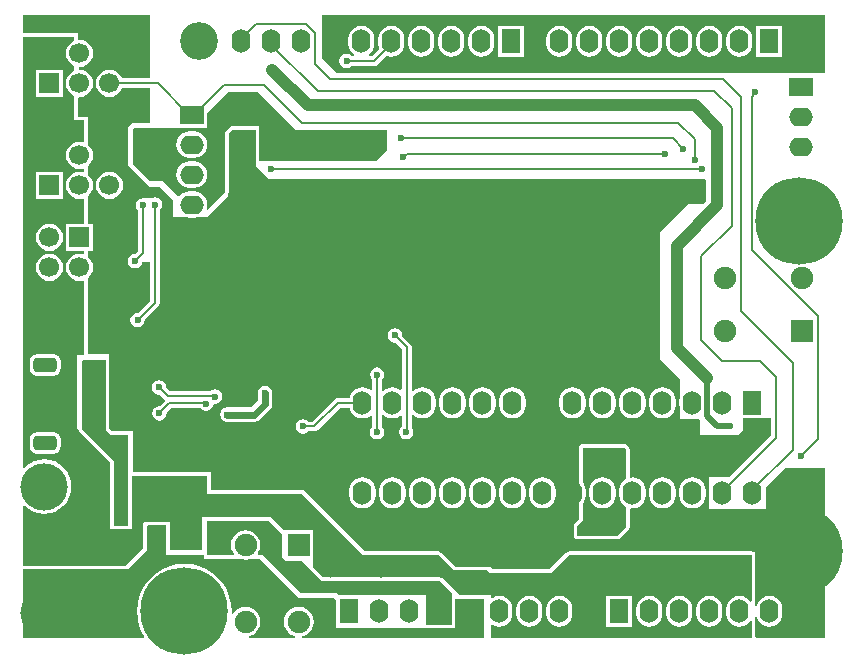
<source format=gbl>
G04*
G04 #@! TF.GenerationSoftware,Altium Limited,Altium Designer,20.1.14 (287)*
G04*
G04 Layer_Physical_Order=2*
G04 Layer_Color=16711680*
%FSLAX44Y44*%
%MOMM*%
G71*
G04*
G04 #@! TF.SameCoordinates,62FEBE6E-F3EC-4242-810F-CB492347D0CA*
G04*
G04*
G04 #@! TF.FilePolarity,Positive*
G04*
G01*
G75*
%ADD10C,0.2000*%
%ADD11C,0.5000*%
%ADD12C,0.4000*%
%ADD26R,1.9000X1.9000*%
%ADD63C,1.9000*%
%ADD64R,1.9000X1.9000*%
%ADD72C,0.6000*%
%ADD73C,1.0000*%
%ADD75C,3.2000*%
%ADD76C,4.0000*%
%ADD77O,1.6000X2.0000*%
%ADD78R,1.6000X2.0000*%
%ADD79C,7.4000*%
%ADD80C,1.7000*%
%ADD81R,1.7000X1.7000*%
%ADD82R,2.0000X1.6000*%
%ADD83O,2.0000X1.6000*%
G04:AMPARAMS|DCode=84|XSize=2mm|YSize=1.2mm|CornerRadius=0.3mm|HoleSize=0mm|Usage=FLASHONLY|Rotation=0.000|XOffset=0mm|YOffset=0mm|HoleType=Round|Shape=RoundedRectangle|*
%AMROUNDEDRECTD84*
21,1,2.0000,0.6000,0,0,0.0*
21,1,1.4000,1.2000,0,0,0.0*
1,1,0.6000,0.7000,-0.3000*
1,1,0.6000,-0.7000,-0.3000*
1,1,0.6000,-0.7000,0.3000*
1,1,0.6000,0.7000,0.3000*
%
%ADD84ROUNDEDRECTD84*%
%ADD85C,0.6000*%
G36*
X682000Y481000D02*
X269001D01*
X260092Y489908D01*
X256000Y494000D01*
X256000Y530000D01*
X682000D01*
Y481000D01*
D02*
G37*
G36*
X110820Y529820D02*
Y476518D01*
X86958D01*
X86245Y478240D01*
X84402Y480642D01*
X82000Y482485D01*
X79202Y483644D01*
X76200Y484039D01*
X73198Y483644D01*
X70400Y482485D01*
X67998Y480642D01*
X66155Y478240D01*
X64996Y475442D01*
X64601Y472440D01*
X64996Y469438D01*
X66155Y466640D01*
X67998Y464238D01*
X70400Y462395D01*
X73198Y461236D01*
X76200Y460841D01*
X79202Y461236D01*
X82000Y462395D01*
X84402Y464238D01*
X86245Y466640D01*
X86958Y468362D01*
X110820D01*
Y439097D01*
X95737D01*
X91834Y435194D01*
X91945Y403055D01*
X110000Y385000D01*
X119000D01*
X130000Y374000D01*
Y359000D01*
X141760D01*
X144000Y358705D01*
X148000D01*
X150240Y359000D01*
X159000D01*
X177000Y377000D01*
Y379705D01*
X177059Y380000D01*
X177059Y380000D01*
X177059Y429733D01*
X180267Y432942D01*
X196409Y432941D01*
X196705Y433000D01*
X196994Y433000D01*
X196994Y433000D01*
X197295D01*
X197591Y432941D01*
X199941Y432941D01*
Y430591D01*
X200000Y430296D01*
X200000Y430006D01*
X200000Y429704D01*
X199941Y429409D01*
X199941Y421000D01*
X199941Y407000D01*
X200000Y406704D01*
Y402000D01*
X211000Y391000D01*
X545999D01*
X580102Y391000D01*
X581000Y390102D01*
X580999Y384999D01*
X580999Y373995D01*
X580999Y371999D01*
X579000Y370000D01*
X566000Y370000D01*
X542000Y346000D01*
X542000Y238000D01*
X559000Y222000D01*
Y205790D01*
X558755Y203930D01*
Y199930D01*
X559000Y198070D01*
Y188000D01*
X575100D01*
X575996Y187100D01*
X575945Y175000D01*
X599000Y175000D01*
X609000D01*
X613000Y179000D01*
Y188930D01*
X631650D01*
Y189000D01*
X636000D01*
X636000Y174000D01*
X601000Y139000D01*
X584000D01*
X584000Y111830D01*
X632000D01*
X632000Y131000D01*
X648000Y147000D01*
X682000Y147000D01*
Y4000D01*
X681612Y3063D01*
X624140D01*
X623060Y3897D01*
X623059Y3898D01*
Y16798D01*
X623039Y16897D01*
X623052Y16998D01*
X622969Y17307D01*
X622971Y20763D01*
X624241Y20846D01*
X624283Y20528D01*
X625392Y17852D01*
X627155Y15555D01*
X629453Y13792D01*
X632128Y12683D01*
X635000Y12305D01*
X637872Y12683D01*
X640547Y13792D01*
X642845Y15555D01*
X644609Y17852D01*
X645717Y20528D01*
X646095Y23400D01*
Y27400D01*
X645717Y30272D01*
X644609Y32947D01*
X642845Y35245D01*
X640547Y37009D01*
X637872Y38117D01*
X635000Y38495D01*
X632128Y38117D01*
X629453Y37009D01*
X627155Y35245D01*
X625392Y32947D01*
X624283Y30272D01*
X624246Y29990D01*
X622976Y30073D01*
X622978Y33525D01*
X623052Y33802D01*
X623039Y33903D01*
X623059Y34002D01*
Y73000D01*
X622999Y73302D01*
X623000Y76000D01*
X620295D01*
X620000Y76059D01*
X465000D01*
X464705Y76000D01*
X464000D01*
X463819Y75819D01*
X462837Y75163D01*
X462837Y75163D01*
X448733Y61059D01*
X425000Y61059D01*
X421591D01*
X421296Y61000D01*
X420704D01*
X420409Y61059D01*
X412591Y61059D01*
X412442Y61029D01*
X411558D01*
X411409Y61059D01*
X403591Y61059D01*
X403442Y61029D01*
X402558D01*
X402409Y61059D01*
X400999D01*
X399000Y63000D01*
X398000Y63000D01*
X396297D01*
X396001Y63059D01*
X396000Y63059D01*
X396000Y63059D01*
X375000Y63059D01*
X375000Y63059D01*
X375000Y63059D01*
X369267Y63059D01*
X357163Y75163D01*
X356171Y75826D01*
X356171Y75826D01*
X355701Y75919D01*
X355000Y76059D01*
X355000Y76059D01*
X292941Y76059D01*
X241000Y128000D01*
X239297D01*
X239000Y128059D01*
X239000Y128059D01*
X162975Y128059D01*
X162059Y128975D01*
Y140000D01*
X162000Y140295D01*
Y143000D01*
X159296D01*
X159000Y143059D01*
X113591Y143059D01*
X113295Y143000D01*
X112705D01*
X112409Y143059D01*
X106591D01*
X106295Y143000D01*
X105705D01*
X105409Y143059D01*
X99591Y143059D01*
X99295Y143000D01*
X98705D01*
X98410Y143059D01*
X96000D01*
Y178000D01*
X92295D01*
X92000Y178059D01*
X78267Y178059D01*
X76059Y180267D01*
X76059Y238000D01*
X76000Y238295D01*
Y243000D01*
X58059D01*
Y304749D01*
X58000Y305045D01*
Y307629D01*
X59002Y308398D01*
X60845Y310800D01*
X62004Y313598D01*
X62399Y316600D01*
X62004Y319602D01*
X60845Y322400D01*
X59002Y324802D01*
X58000Y325571D01*
Y328156D01*
X58059Y328451D01*
Y330500D01*
X62300D01*
Y353500D01*
X58059D01*
Y374229D01*
X58000Y374524D01*
Y377109D01*
X59002Y377878D01*
X60845Y380280D01*
X62004Y383078D01*
X62399Y386080D01*
X62004Y389082D01*
X60845Y391880D01*
X59002Y394282D01*
X58000Y395051D01*
Y397635D01*
X58059Y397931D01*
Y399629D01*
X58000Y399925D01*
Y402509D01*
X59002Y403278D01*
X60845Y405680D01*
X62004Y408478D01*
X62399Y411480D01*
X62004Y414482D01*
X60845Y417280D01*
X59002Y419682D01*
X58000Y420451D01*
Y423036D01*
X58059Y423331D01*
Y441000D01*
X58000Y441295D01*
Y444000D01*
X55296D01*
X55000Y444059D01*
X50000Y444059D01*
Y460139D01*
X50800Y460841D01*
X53802Y461236D01*
X56600Y462395D01*
X59002Y464238D01*
X60845Y466640D01*
X62004Y469438D01*
X62399Y472440D01*
X62004Y475442D01*
X60845Y478240D01*
X59002Y480642D01*
X56600Y482485D01*
X53802Y483644D01*
X50800Y484039D01*
X50362Y484423D01*
Y485857D01*
X50800Y486241D01*
X53802Y486636D01*
X56600Y487795D01*
X59002Y489638D01*
X60845Y492040D01*
X62004Y494838D01*
X62399Y497840D01*
X62004Y500842D01*
X60845Y503640D01*
X59002Y506042D01*
X56600Y507885D01*
X53802Y509044D01*
X50800Y509439D01*
X50000Y510141D01*
Y515000D01*
X46295D01*
X46000Y515059D01*
X3000Y515059D01*
Y530000D01*
X110745D01*
X110820Y529820D01*
D02*
G37*
G36*
X46000Y512000D02*
Y508299D01*
X45000Y507885D01*
X42598Y506042D01*
X40755Y503640D01*
X39596Y500842D01*
X39201Y497840D01*
X39596Y494838D01*
X40755Y492040D01*
X42598Y489638D01*
X45000Y487795D01*
X46000Y487381D01*
Y482899D01*
X45000Y482485D01*
X42598Y480642D01*
X40755Y478240D01*
X39596Y475442D01*
X39201Y472440D01*
X39596Y469438D01*
X40755Y466640D01*
X42598Y464238D01*
X45000Y462395D01*
X46000Y461981D01*
Y441000D01*
X55000Y441000D01*
Y423331D01*
X54067Y422708D01*
X53730Y422693D01*
X50800Y423079D01*
X47798Y422684D01*
X45000Y421525D01*
X42598Y419682D01*
X40755Y417280D01*
X39596Y414482D01*
X39201Y411480D01*
X39596Y408478D01*
X40755Y405680D01*
X42598Y403278D01*
X45000Y401435D01*
X47798Y400276D01*
X50800Y399881D01*
X53730Y400266D01*
X54067Y400252D01*
X55000Y399629D01*
Y397931D01*
X54067Y397308D01*
X53730Y397294D01*
X50800Y397679D01*
X47798Y397284D01*
X45000Y396125D01*
X42598Y394282D01*
X40755Y391880D01*
X39596Y389082D01*
X39201Y386080D01*
X39596Y383078D01*
X40755Y380280D01*
X42598Y377878D01*
X45000Y376035D01*
X47798Y374876D01*
X50800Y374481D01*
X53730Y374866D01*
X54067Y374852D01*
X55000Y374229D01*
Y353500D01*
X39300D01*
Y330500D01*
X55000D01*
Y328451D01*
X54067Y327828D01*
X53730Y327814D01*
X50800Y328199D01*
X47798Y327804D01*
X45000Y326645D01*
X42598Y324802D01*
X40755Y322400D01*
X39596Y319602D01*
X39201Y316600D01*
X39596Y313598D01*
X40755Y310800D01*
X42598Y308398D01*
X45000Y306555D01*
X47798Y305396D01*
X50800Y305001D01*
X53730Y305387D01*
X54067Y305372D01*
X55000Y304749D01*
Y242000D01*
X49000D01*
X49000Y180000D01*
X50184Y178816D01*
X50837Y177838D01*
X76941Y151733D01*
X76941Y98000D01*
X77000Y97705D01*
Y95000D01*
X79705D01*
X80000Y94941D01*
X85705D01*
X86000Y94882D01*
X86295Y94941D01*
X92000D01*
X92295Y95000D01*
X95000D01*
Y97704D01*
X95059Y98000D01*
X95059Y140000D01*
X98410D01*
X99000Y139882D01*
X99591Y140000D01*
X105409Y140000D01*
X106000Y139882D01*
X106591Y140000D01*
X112409D01*
X113000Y139882D01*
X113591Y140000D01*
X159000Y140000D01*
Y125000D01*
X239000Y125000D01*
X291000Y73000D01*
X355000Y73000D01*
X368000Y60000D01*
X375000Y60000D01*
X396000Y60000D01*
X398000Y58000D01*
X402409D01*
X403000Y57882D01*
X403591Y58000D01*
X411409Y58000D01*
X412000Y57882D01*
X412591Y58000D01*
X420409Y58000D01*
X421000Y57882D01*
X421591Y58000D01*
X425000D01*
X450000Y58000D01*
X465000Y73000D01*
X620000D01*
Y34002D01*
X618730Y33571D01*
X617445Y35245D01*
X615148Y37009D01*
X612472Y38117D01*
X609600Y38495D01*
X606728Y38117D01*
X604053Y37009D01*
X601755Y35245D01*
X599991Y32947D01*
X598883Y30272D01*
X598505Y27400D01*
Y23400D01*
X598883Y20528D01*
X599991Y17852D01*
X601755Y15555D01*
X604053Y13792D01*
X606728Y12683D01*
X609600Y12305D01*
X612472Y12683D01*
X615148Y13792D01*
X617445Y15555D01*
X618730Y17229D01*
X620000Y16798D01*
Y3898D01*
X619102Y3000D01*
X399000Y3040D01*
Y13777D01*
X400139Y14339D01*
X400853Y13792D01*
X403528Y12683D01*
X406400Y12305D01*
X409272Y12683D01*
X411948Y13792D01*
X414245Y15555D01*
X416008Y17852D01*
X417117Y20528D01*
X417495Y23400D01*
Y27400D01*
X417117Y30272D01*
X416008Y32947D01*
X414245Y35245D01*
X411948Y37009D01*
X409272Y38117D01*
X406400Y38495D01*
X403528Y38117D01*
X400853Y37009D01*
X400139Y36461D01*
X399000Y37023D01*
Y39000D01*
X393295D01*
X393000Y39059D01*
X372941D01*
X358000Y54000D01*
X356295D01*
X356000Y54059D01*
X356000Y54059D01*
X306591D01*
X306296Y54000D01*
X305704D01*
X305409Y54059D01*
X263841D01*
X263546Y54000D01*
X262954D01*
X262659Y54059D01*
X257267D01*
X249000Y62326D01*
Y93000D01*
X249000D01*
Y94000D01*
X224000D01*
X224000Y94000D01*
Y94000D01*
X223151Y94850D01*
X213000Y105000D01*
X211296D01*
X211000Y105059D01*
X211000Y105059D01*
X193000D01*
X159000Y105059D01*
X158705Y105000D01*
X155000D01*
Y77000D01*
X127311D01*
Y98689D01*
X127200Y98800D01*
Y101000D01*
X124295D01*
X124000Y101059D01*
X108000D01*
X107705Y101000D01*
X105200D01*
Y100000D01*
X105000D01*
Y98295D01*
X104941Y98000D01*
Y78941D01*
X90059Y64059D01*
X3000Y64059D01*
X3000Y65329D01*
Y114793D01*
X4196Y115221D01*
X4658Y114658D01*
X8160Y111784D01*
X12156Y109648D01*
X16491Y108333D01*
X21000Y107889D01*
X25509Y108333D01*
X29844Y109648D01*
X33840Y111784D01*
X37342Y114658D01*
X40216Y118160D01*
X42352Y122156D01*
X43667Y126491D01*
X44111Y131000D01*
X43667Y135509D01*
X42352Y139844D01*
X40216Y143840D01*
X37342Y147342D01*
X33840Y150216D01*
X29844Y152352D01*
X25509Y153667D01*
X21000Y154111D01*
X16491Y153667D01*
X12156Y152352D01*
X8160Y150216D01*
X4658Y147342D01*
X4196Y146779D01*
X3000Y147207D01*
X3000Y510671D01*
Y512000D01*
X46000Y512000D01*
D02*
G37*
G36*
X202000Y465000D02*
X234001Y433000D01*
X311000Y433000D01*
X311000Y416000D01*
X302000Y407000D01*
X203000Y407000D01*
X203000Y421000D01*
X203000Y429409D01*
X203118Y430000D01*
X203000Y430591D01*
Y436000D01*
X197591Y436000D01*
X197000Y436118D01*
X196409Y436000D01*
X179000Y436000D01*
X174000Y431000D01*
X174000Y380000D01*
X159500Y365500D01*
X158423Y366219D01*
X158717Y366928D01*
X159095Y369800D01*
X158717Y372672D01*
X157608Y375347D01*
X155845Y377645D01*
X153547Y379408D01*
X150872Y380517D01*
X148000Y380895D01*
X144000D01*
X141128Y380517D01*
X138453Y379408D01*
X136155Y377645D01*
X135525Y376825D01*
X134258Y376742D01*
X121000Y390000D01*
X110000D01*
X96000Y404000D01*
Y434102D01*
X96898Y435000D01*
X157730Y435000D01*
X159000Y435000D01*
X159000Y447500D01*
X176500Y465000D01*
X178000D01*
X202000Y465000D01*
D02*
G37*
G36*
X73000Y238000D02*
X73000Y179000D01*
X77000Y175000D01*
X92000Y175000D01*
X92000Y98000D01*
X80000Y98000D01*
X80000Y153000D01*
X53000Y180000D01*
X53000Y237102D01*
X53898Y238000D01*
X73000Y238000D01*
D02*
G37*
G36*
X222000Y91000D02*
Y78000D01*
X222000Y70999D01*
X225000Y68000D01*
X239000Y68000D01*
X256000Y51000D01*
X262659D01*
X263250Y50882D01*
X263841Y51000D01*
X305409D01*
X306000Y50882D01*
X306591Y51000D01*
X356000D01*
X366000Y41000D01*
Y36296D01*
X365941Y36000D01*
X365941Y14059D01*
X344000D01*
Y39000D01*
X271000D01*
X269000Y41000D01*
X238000D01*
X206000Y73000D01*
X204296D01*
X204000Y73059D01*
X204000Y73059D01*
X202214D01*
X201653Y74198D01*
X202419Y75196D01*
X203678Y78237D01*
X204108Y81500D01*
X203678Y84763D01*
X202419Y87804D01*
X200415Y90415D01*
X197804Y92419D01*
X194763Y93678D01*
X191500Y94108D01*
X188237Y93678D01*
X185196Y92419D01*
X182585Y90415D01*
X180581Y87804D01*
X179322Y84763D01*
X178892Y81500D01*
X179322Y78237D01*
X180581Y75196D01*
X181347Y74198D01*
X180786Y73059D01*
X159047Y73059D01*
X159000Y73295D01*
X159000Y102000D01*
X193000Y102000D01*
X211000D01*
X222000Y91000D01*
D02*
G37*
G36*
X124000Y73000D02*
X154000D01*
X156000Y73000D01*
X156000Y70000D01*
X158705Y70000D01*
X186600Y70000D01*
X188237Y69322D01*
X191500Y68892D01*
X194763Y69322D01*
X196401Y70000D01*
X204000D01*
X237000Y37000D01*
X266000D01*
X268000Y35000D01*
X268000Y11000D01*
X369000Y11000D01*
X369000Y36000D01*
X393000D01*
X393000Y3000D01*
X239453D01*
X239370Y4270D01*
X239763Y4322D01*
X242804Y5581D01*
X245415Y7585D01*
X247419Y10196D01*
X248678Y13237D01*
X249108Y16500D01*
X248678Y19763D01*
X247419Y22804D01*
X245415Y25415D01*
X242804Y27419D01*
X239763Y28678D01*
X236500Y29108D01*
X233237Y28678D01*
X230196Y27419D01*
X227585Y25415D01*
X225581Y22804D01*
X224322Y19763D01*
X223892Y16500D01*
X224322Y13237D01*
X225581Y10196D01*
X227585Y7585D01*
X230196Y5581D01*
X233237Y4322D01*
X233630Y4270D01*
X233547Y3000D01*
X194453Y3000D01*
X194370Y4270D01*
X194763Y4322D01*
X197804Y5581D01*
X200415Y7585D01*
X202419Y10196D01*
X203678Y13237D01*
X204108Y16500D01*
X203678Y19763D01*
X202419Y22804D01*
X200415Y25415D01*
X197804Y27419D01*
X194763Y28678D01*
X191500Y29108D01*
X188237Y28678D01*
X185196Y27419D01*
X182585Y25415D01*
X180929Y23257D01*
X179692Y23732D01*
X179824Y25400D01*
X179330Y31677D01*
X177860Y37799D01*
X175450Y43616D01*
X172161Y48984D01*
X168072Y53772D01*
X163284Y57861D01*
X157916Y61150D01*
X152099Y63560D01*
X145977Y65030D01*
X139700Y65524D01*
X133423Y65030D01*
X127301Y63560D01*
X121484Y61150D01*
X116116Y57861D01*
X111328Y53772D01*
X107239Y48984D01*
X103949Y43616D01*
X101540Y37799D01*
X100070Y31677D01*
X99576Y25400D01*
X100070Y19123D01*
X101540Y13001D01*
X103949Y7184D01*
X105835Y4108D01*
X105214Y3000D01*
X3000D01*
Y61000D01*
X91750Y61000D01*
X108000Y77250D01*
Y98000D01*
X124000D01*
X124000Y73000D01*
D02*
G37*
%LPC*%
G36*
X314960Y521095D02*
X312088Y520717D01*
X309412Y519608D01*
X307115Y517845D01*
X305352Y515547D01*
X304243Y512872D01*
X303865Y510000D01*
Y506000D01*
X304243Y503128D01*
X304852Y501659D01*
X298396Y495203D01*
X296083D01*
X295899Y495442D01*
X296116Y497165D01*
X297405Y498155D01*
X299168Y500452D01*
X300277Y503128D01*
X300655Y506000D01*
Y510000D01*
X300277Y512872D01*
X299168Y515547D01*
X297405Y517845D01*
X295107Y519608D01*
X292432Y520717D01*
X289560Y521095D01*
X286688Y520717D01*
X284013Y519608D01*
X281715Y517845D01*
X279951Y515547D01*
X278843Y512872D01*
X278465Y510000D01*
Y506000D01*
X278843Y503128D01*
X279951Y500452D01*
X281715Y498155D01*
X283004Y497165D01*
X283221Y495442D01*
X283037Y495203D01*
X281575D01*
X281326Y495576D01*
X279341Y496902D01*
X277000Y497368D01*
X274659Y496902D01*
X272674Y495576D01*
X271348Y493591D01*
X270882Y491250D01*
X271348Y488909D01*
X272674Y486924D01*
X274659Y485598D01*
X277000Y485132D01*
X279341Y485598D01*
X281326Y486924D01*
X281408Y487047D01*
X300085D01*
X300085Y487047D01*
X301646Y487357D01*
X302969Y488241D01*
X310619Y495892D01*
X312088Y495283D01*
X314960Y494905D01*
X317832Y495283D01*
X320508Y496391D01*
X322805Y498155D01*
X324568Y500452D01*
X325677Y503128D01*
X326055Y506000D01*
Y510000D01*
X325677Y512872D01*
X324568Y515547D01*
X322805Y517845D01*
X320508Y519608D01*
X317832Y520717D01*
X314960Y521095D01*
D02*
G37*
G36*
X646000Y521000D02*
X624000D01*
Y495000D01*
X646000D01*
Y521000D01*
D02*
G37*
G36*
X427560D02*
X405560D01*
Y495000D01*
X427560D01*
Y521000D01*
D02*
G37*
G36*
X609600Y521095D02*
X606728Y520717D01*
X604053Y519608D01*
X601755Y517845D01*
X599991Y515547D01*
X598883Y512872D01*
X598505Y510000D01*
Y506000D01*
X598883Y503128D01*
X599991Y500452D01*
X601755Y498155D01*
X604053Y496391D01*
X606728Y495283D01*
X609600Y494905D01*
X612472Y495283D01*
X615148Y496391D01*
X617445Y498155D01*
X619208Y500452D01*
X620317Y503128D01*
X620695Y506000D01*
Y510000D01*
X620317Y512872D01*
X619208Y515547D01*
X617445Y517845D01*
X615148Y519608D01*
X612472Y520717D01*
X609600Y521095D01*
D02*
G37*
G36*
X584200D02*
X581328Y520717D01*
X578652Y519608D01*
X576355Y517845D01*
X574591Y515547D01*
X573483Y512872D01*
X573105Y510000D01*
Y506000D01*
X573483Y503128D01*
X574591Y500452D01*
X576355Y498155D01*
X578652Y496391D01*
X581328Y495283D01*
X584200Y494905D01*
X587072Y495283D01*
X589748Y496391D01*
X592045Y498155D01*
X593809Y500452D01*
X594917Y503128D01*
X595295Y506000D01*
Y510000D01*
X594917Y512872D01*
X593809Y515547D01*
X592045Y517845D01*
X589748Y519608D01*
X587072Y520717D01*
X584200Y521095D01*
D02*
G37*
G36*
X558800D02*
X555928Y520717D01*
X553252Y519608D01*
X550955Y517845D01*
X549192Y515547D01*
X548083Y512872D01*
X547705Y510000D01*
Y506000D01*
X548083Y503128D01*
X549192Y500452D01*
X550955Y498155D01*
X553252Y496391D01*
X555928Y495283D01*
X558800Y494905D01*
X561672Y495283D01*
X564347Y496391D01*
X566645Y498155D01*
X568409Y500452D01*
X569517Y503128D01*
X569895Y506000D01*
Y510000D01*
X569517Y512872D01*
X568409Y515547D01*
X566645Y517845D01*
X564347Y519608D01*
X561672Y520717D01*
X558800Y521095D01*
D02*
G37*
G36*
X533400D02*
X530528Y520717D01*
X527853Y519608D01*
X525555Y517845D01*
X523792Y515547D01*
X522683Y512872D01*
X522305Y510000D01*
Y506000D01*
X522683Y503128D01*
X523792Y500452D01*
X525555Y498155D01*
X527853Y496391D01*
X530528Y495283D01*
X533400Y494905D01*
X536272Y495283D01*
X538947Y496391D01*
X541245Y498155D01*
X543008Y500452D01*
X544117Y503128D01*
X544495Y506000D01*
Y510000D01*
X544117Y512872D01*
X543008Y515547D01*
X541245Y517845D01*
X538947Y519608D01*
X536272Y520717D01*
X533400Y521095D01*
D02*
G37*
G36*
X508000D02*
X505128Y520717D01*
X502453Y519608D01*
X500155Y517845D01*
X498391Y515547D01*
X497283Y512872D01*
X496905Y510000D01*
Y506000D01*
X497283Y503128D01*
X498391Y500452D01*
X500155Y498155D01*
X502453Y496391D01*
X505128Y495283D01*
X508000Y494905D01*
X510872Y495283D01*
X513548Y496391D01*
X515845Y498155D01*
X517608Y500452D01*
X518717Y503128D01*
X519095Y506000D01*
Y510000D01*
X518717Y512872D01*
X517608Y515547D01*
X515845Y517845D01*
X513548Y519608D01*
X510872Y520717D01*
X508000Y521095D01*
D02*
G37*
G36*
X482600D02*
X479728Y520717D01*
X477052Y519608D01*
X474755Y517845D01*
X472991Y515547D01*
X471883Y512872D01*
X471505Y510000D01*
Y506000D01*
X471883Y503128D01*
X472991Y500452D01*
X474755Y498155D01*
X477052Y496391D01*
X479728Y495283D01*
X482600Y494905D01*
X485472Y495283D01*
X488148Y496391D01*
X490445Y498155D01*
X492209Y500452D01*
X493317Y503128D01*
X493695Y506000D01*
Y510000D01*
X493317Y512872D01*
X492209Y515547D01*
X490445Y517845D01*
X488148Y519608D01*
X485472Y520717D01*
X482600Y521095D01*
D02*
G37*
G36*
X457200D02*
X454328Y520717D01*
X451652Y519608D01*
X449355Y517845D01*
X447592Y515547D01*
X446483Y512872D01*
X446105Y510000D01*
Y506000D01*
X446483Y503128D01*
X447592Y500452D01*
X449355Y498155D01*
X451652Y496391D01*
X454328Y495283D01*
X457200Y494905D01*
X460072Y495283D01*
X462747Y496391D01*
X465045Y498155D01*
X466809Y500452D01*
X467917Y503128D01*
X468295Y506000D01*
Y510000D01*
X467917Y512872D01*
X466809Y515547D01*
X465045Y517845D01*
X462747Y519608D01*
X460072Y520717D01*
X457200Y521095D01*
D02*
G37*
G36*
X391160D02*
X388288Y520717D01*
X385612Y519608D01*
X383315Y517845D01*
X381552Y515547D01*
X380443Y512872D01*
X380065Y510000D01*
Y506000D01*
X380443Y503128D01*
X381552Y500452D01*
X383315Y498155D01*
X385612Y496391D01*
X388288Y495283D01*
X391160Y494905D01*
X394032Y495283D01*
X396707Y496391D01*
X399005Y498155D01*
X400769Y500452D01*
X401877Y503128D01*
X402255Y506000D01*
Y510000D01*
X401877Y512872D01*
X400769Y515547D01*
X399005Y517845D01*
X396707Y519608D01*
X394032Y520717D01*
X391160Y521095D01*
D02*
G37*
G36*
X365760D02*
X362888Y520717D01*
X360213Y519608D01*
X357915Y517845D01*
X356152Y515547D01*
X355043Y512872D01*
X354665Y510000D01*
Y506000D01*
X355043Y503128D01*
X356152Y500452D01*
X357915Y498155D01*
X360213Y496391D01*
X362888Y495283D01*
X365760Y494905D01*
X368632Y495283D01*
X371307Y496391D01*
X373605Y498155D01*
X375368Y500452D01*
X376477Y503128D01*
X376855Y506000D01*
Y510000D01*
X376477Y512872D01*
X375368Y515547D01*
X373605Y517845D01*
X371307Y519608D01*
X368632Y520717D01*
X365760Y521095D01*
D02*
G37*
G36*
X340360D02*
X337488Y520717D01*
X334813Y519608D01*
X332515Y517845D01*
X330751Y515547D01*
X329643Y512872D01*
X329265Y510000D01*
Y506000D01*
X329643Y503128D01*
X330751Y500452D01*
X332515Y498155D01*
X334813Y496391D01*
X337488Y495283D01*
X340360Y494905D01*
X343232Y495283D01*
X345908Y496391D01*
X348205Y498155D01*
X349968Y500452D01*
X351077Y503128D01*
X351455Y506000D01*
Y510000D01*
X351077Y512872D01*
X349968Y515547D01*
X348205Y517845D01*
X345908Y519608D01*
X343232Y520717D01*
X340360Y521095D01*
D02*
G37*
G36*
X114750Y375868D02*
X112409Y375402D01*
X111803Y374997D01*
X106615D01*
X104750Y375368D01*
X102409Y374902D01*
X100424Y373576D01*
X99098Y371591D01*
X98632Y369250D01*
X99098Y366909D01*
X100424Y364924D01*
X100672Y364759D01*
Y330505D01*
X98105Y327938D01*
X97814Y327996D01*
X95472Y327531D01*
X93488Y326205D01*
X92162Y324220D01*
X91696Y321879D01*
X92162Y319538D01*
X93488Y317553D01*
X95472Y316227D01*
X97814Y315761D01*
X100155Y316227D01*
X102139Y317553D01*
X103465Y319538D01*
X103541Y319920D01*
X104000Y321000D01*
X104728Y321000D01*
X110672D01*
Y288279D01*
X100452Y278060D01*
X100160Y278118D01*
X97819Y277652D01*
X95834Y276326D01*
X94508Y274341D01*
X94043Y272000D01*
X94508Y269659D01*
X95834Y267674D01*
X97819Y266348D01*
X100160Y265882D01*
X102501Y266348D01*
X104486Y267674D01*
X105812Y269659D01*
X106278Y272000D01*
X106220Y272292D01*
X117634Y283706D01*
X117634Y283706D01*
X118518Y285029D01*
X118828Y286590D01*
Y365259D01*
X119076Y365424D01*
X120402Y367409D01*
X120868Y369750D01*
X120402Y372091D01*
X119076Y374076D01*
X117091Y375402D01*
X114750Y375868D01*
D02*
G37*
G36*
X76200Y397679D02*
X73198Y397284D01*
X70400Y396125D01*
X67998Y394282D01*
X66155Y391880D01*
X64996Y389082D01*
X64601Y386080D01*
X64996Y383078D01*
X66155Y380280D01*
X67998Y377878D01*
X70400Y376035D01*
X73198Y374876D01*
X76200Y374481D01*
X79202Y374876D01*
X82000Y376035D01*
X84402Y377878D01*
X86245Y380280D01*
X87404Y383078D01*
X87799Y386080D01*
X87404Y389082D01*
X86245Y391880D01*
X84402Y394282D01*
X82000Y396125D01*
X79202Y397284D01*
X76200Y397679D01*
D02*
G37*
G36*
X318000Y265117D02*
X315659Y264652D01*
X313674Y263326D01*
X312348Y261341D01*
X311882Y259000D01*
X312348Y256659D01*
X313674Y254674D01*
X315659Y253348D01*
X318000Y252882D01*
X318292Y252941D01*
X323922Y247311D01*
Y213202D01*
X322652Y212576D01*
X321398Y213538D01*
X318722Y214647D01*
X315850Y215025D01*
X312978Y214647D01*
X310303Y213538D01*
X308223Y211943D01*
X306953Y212301D01*
Y221175D01*
X307326Y221424D01*
X308652Y223409D01*
X309118Y225750D01*
X308652Y228091D01*
X307326Y230076D01*
X305341Y231402D01*
X303000Y231868D01*
X300659Y231402D01*
X298674Y230076D01*
X297348Y228091D01*
X296882Y225750D01*
X297348Y223409D01*
X298674Y221424D01*
X298797Y221343D01*
Y212991D01*
X297527Y212365D01*
X295998Y213538D01*
X293322Y214647D01*
X290450Y215025D01*
X287578Y214647D01*
X284902Y213538D01*
X282605Y211775D01*
X280842Y209478D01*
X279733Y206802D01*
X279629Y206008D01*
X269680D01*
X269680Y206008D01*
X268119Y205698D01*
X266796Y204814D01*
X248061Y186078D01*
X244491D01*
X244326Y186326D01*
X242341Y187652D01*
X240000Y188118D01*
X237659Y187652D01*
X235674Y186326D01*
X234348Y184341D01*
X233883Y182000D01*
X234348Y179659D01*
X235674Y177674D01*
X237659Y176348D01*
X240000Y175882D01*
X242341Y176348D01*
X244326Y177674D01*
X244491Y177922D01*
X249750D01*
X249750Y177922D01*
X251311Y178232D01*
X252634Y179116D01*
X271369Y197852D01*
X279629D01*
X279733Y197058D01*
X280842Y194382D01*
X282605Y192085D01*
X284902Y190322D01*
X287578Y189213D01*
X290450Y188835D01*
X293322Y189213D01*
X295998Y190322D01*
X297527Y191495D01*
X298797Y190869D01*
Y181825D01*
X298424Y181576D01*
X297098Y179591D01*
X296632Y177250D01*
X297098Y174909D01*
X298424Y172924D01*
X300409Y171598D01*
X302750Y171132D01*
X305091Y171598D01*
X307076Y172924D01*
X308402Y174909D01*
X308867Y177250D01*
X308402Y179591D01*
X307076Y181576D01*
X306953Y181658D01*
Y191559D01*
X308223Y191917D01*
X310303Y190322D01*
X312978Y189213D01*
X315850Y188835D01*
X318722Y189213D01*
X321398Y190322D01*
X322652Y191284D01*
X323922Y190658D01*
Y181825D01*
X323174Y181326D01*
X321848Y179341D01*
X321382Y177000D01*
X321848Y174659D01*
X323174Y172674D01*
X325159Y171348D01*
X327500Y170882D01*
X329841Y171348D01*
X331826Y172674D01*
X333152Y174659D01*
X333618Y177000D01*
X333152Y179341D01*
X332078Y180948D01*
Y191838D01*
X333281Y192246D01*
X333405Y192085D01*
X335703Y190322D01*
X338378Y189213D01*
X341250Y188835D01*
X344122Y189213D01*
X346797Y190322D01*
X349095Y192085D01*
X350858Y194382D01*
X351967Y197058D01*
X352345Y199930D01*
Y203930D01*
X351967Y206802D01*
X350858Y209478D01*
X349095Y211775D01*
X346797Y213538D01*
X344122Y214647D01*
X341250Y215025D01*
X338378Y214647D01*
X335703Y213538D01*
X333405Y211775D01*
X333281Y211614D01*
X332078Y212022D01*
Y249000D01*
X332078Y249000D01*
X331768Y250561D01*
X330884Y251884D01*
X324059Y258708D01*
X324118Y259000D01*
X323652Y261341D01*
X322326Y263326D01*
X320341Y264652D01*
X318000Y265117D01*
D02*
G37*
G36*
X118250Y221117D02*
X115909Y220652D01*
X113924Y219326D01*
X112598Y217341D01*
X112133Y215000D01*
X112598Y212659D01*
X113924Y210674D01*
X115909Y209348D01*
X118250Y208883D01*
X118542Y208941D01*
X122616Y204866D01*
X122616Y204866D01*
X122972Y204628D01*
X123097Y203364D01*
X118792Y199060D01*
X118500Y199118D01*
X116159Y198652D01*
X114174Y197326D01*
X112848Y195341D01*
X112382Y193000D01*
X112848Y190659D01*
X114174Y188674D01*
X116159Y187348D01*
X118500Y186882D01*
X120841Y187348D01*
X122826Y188674D01*
X124152Y190659D01*
X124618Y193000D01*
X124559Y193292D01*
X128689Y197422D01*
X153342D01*
X153674Y196924D01*
X155659Y195598D01*
X158000Y195133D01*
X160341Y195598D01*
X162326Y196924D01*
X163652Y198909D01*
X163900Y200156D01*
X165331Y201166D01*
X165500Y201133D01*
X167841Y201598D01*
X169826Y202924D01*
X171152Y204909D01*
X171618Y207250D01*
X171152Y209591D01*
X169826Y211576D01*
X167841Y212902D01*
X165500Y213368D01*
X163159Y212902D01*
X161552Y211828D01*
X127189D01*
X124310Y214708D01*
X124368Y215000D01*
X123902Y217341D01*
X122576Y219326D01*
X120591Y220652D01*
X118250Y221117D01*
D02*
G37*
G36*
X544450Y215025D02*
X541578Y214647D01*
X538903Y213538D01*
X536605Y211775D01*
X534841Y209478D01*
X533733Y206802D01*
X533355Y203930D01*
Y199930D01*
X533733Y197058D01*
X534841Y194382D01*
X536605Y192085D01*
X538903Y190322D01*
X541578Y189213D01*
X544450Y188835D01*
X547322Y189213D01*
X549997Y190322D01*
X552295Y192085D01*
X554058Y194382D01*
X555167Y197058D01*
X555545Y199930D01*
Y203930D01*
X555167Y206802D01*
X554058Y209478D01*
X552295Y211775D01*
X549997Y213538D01*
X547322Y214647D01*
X544450Y215025D01*
D02*
G37*
G36*
X519050D02*
X516178Y214647D01*
X513503Y213538D01*
X511205Y211775D01*
X509441Y209478D01*
X508333Y206802D01*
X507955Y203930D01*
Y199930D01*
X508333Y197058D01*
X509441Y194382D01*
X511205Y192085D01*
X513503Y190322D01*
X516178Y189213D01*
X519050Y188835D01*
X521922Y189213D01*
X524598Y190322D01*
X526895Y192085D01*
X528658Y194382D01*
X529767Y197058D01*
X530145Y199930D01*
Y203930D01*
X529767Y206802D01*
X528658Y209478D01*
X526895Y211775D01*
X524598Y213538D01*
X521922Y214647D01*
X519050Y215025D01*
D02*
G37*
G36*
X493650D02*
X490778Y214647D01*
X488102Y213538D01*
X485805Y211775D01*
X484041Y209478D01*
X482933Y206802D01*
X482555Y203930D01*
Y199930D01*
X482933Y197058D01*
X484041Y194382D01*
X485805Y192085D01*
X488102Y190322D01*
X490778Y189213D01*
X493650Y188835D01*
X496522Y189213D01*
X499198Y190322D01*
X501495Y192085D01*
X503259Y194382D01*
X504367Y197058D01*
X504745Y199930D01*
Y203930D01*
X504367Y206802D01*
X503259Y209478D01*
X501495Y211775D01*
X499198Y213538D01*
X496522Y214647D01*
X493650Y215025D01*
D02*
G37*
G36*
X468250D02*
X465378Y214647D01*
X462702Y213538D01*
X460405Y211775D01*
X458642Y209478D01*
X457533Y206802D01*
X457155Y203930D01*
Y199930D01*
X457533Y197058D01*
X458642Y194382D01*
X460405Y192085D01*
X462702Y190322D01*
X465378Y189213D01*
X468250Y188835D01*
X471122Y189213D01*
X473797Y190322D01*
X476095Y192085D01*
X477859Y194382D01*
X478967Y197058D01*
X479345Y199930D01*
Y203930D01*
X478967Y206802D01*
X477859Y209478D01*
X476095Y211775D01*
X473797Y213538D01*
X471122Y214647D01*
X468250Y215025D01*
D02*
G37*
G36*
X417450D02*
X414578Y214647D01*
X411903Y213538D01*
X409605Y211775D01*
X407841Y209478D01*
X406733Y206802D01*
X406355Y203930D01*
Y199930D01*
X406733Y197058D01*
X407841Y194382D01*
X409605Y192085D01*
X411903Y190322D01*
X414578Y189213D01*
X417450Y188835D01*
X420322Y189213D01*
X422998Y190322D01*
X425295Y192085D01*
X427058Y194382D01*
X428167Y197058D01*
X428545Y199930D01*
Y203930D01*
X428167Y206802D01*
X427058Y209478D01*
X425295Y211775D01*
X422998Y213538D01*
X420322Y214647D01*
X417450Y215025D01*
D02*
G37*
G36*
X392050D02*
X389178Y214647D01*
X386502Y213538D01*
X384205Y211775D01*
X382441Y209478D01*
X381333Y206802D01*
X380955Y203930D01*
Y199930D01*
X381333Y197058D01*
X382441Y194382D01*
X384205Y192085D01*
X386502Y190322D01*
X389178Y189213D01*
X392050Y188835D01*
X394922Y189213D01*
X397598Y190322D01*
X399895Y192085D01*
X401659Y194382D01*
X402767Y197058D01*
X403145Y199930D01*
Y203930D01*
X402767Y206802D01*
X401659Y209478D01*
X399895Y211775D01*
X397598Y213538D01*
X394922Y214647D01*
X392050Y215025D01*
D02*
G37*
G36*
X366650D02*
X363778Y214647D01*
X361102Y213538D01*
X358805Y211775D01*
X357042Y209478D01*
X355933Y206802D01*
X355555Y203930D01*
Y199930D01*
X355933Y197058D01*
X357042Y194382D01*
X358805Y192085D01*
X361102Y190322D01*
X363778Y189213D01*
X366650Y188835D01*
X369522Y189213D01*
X372197Y190322D01*
X374495Y192085D01*
X376259Y194382D01*
X377367Y197058D01*
X377745Y199930D01*
Y203930D01*
X377367Y206802D01*
X376259Y209478D01*
X374495Y211775D01*
X372197Y213538D01*
X369522Y214647D01*
X366650Y215025D01*
D02*
G37*
G36*
X207840Y216458D02*
X205499Y215992D01*
X203514Y214666D01*
X202188Y212681D01*
X201723Y210340D01*
Y203374D01*
X196466Y198118D01*
X176000D01*
X173659Y197652D01*
X171674Y196326D01*
X170348Y194341D01*
X169883Y192000D01*
X170348Y189659D01*
X171674Y187674D01*
X173659Y186348D01*
X176000Y185882D01*
X199000D01*
X201341Y186348D01*
X203326Y187674D01*
X212166Y196514D01*
X213492Y198499D01*
X213958Y200840D01*
Y210340D01*
X213492Y212681D01*
X212166Y214666D01*
X210181Y215992D01*
X207840Y216458D01*
D02*
G37*
G36*
X569850Y138825D02*
X566978Y138447D01*
X564302Y137338D01*
X562005Y135575D01*
X560242Y133278D01*
X559133Y130602D01*
X558755Y127730D01*
Y123730D01*
X559133Y120858D01*
X560242Y118182D01*
X562005Y115885D01*
X564302Y114122D01*
X566978Y113013D01*
X569850Y112635D01*
X572722Y113013D01*
X575397Y114122D01*
X577695Y115885D01*
X579459Y118182D01*
X580567Y120858D01*
X580945Y123730D01*
Y127730D01*
X580567Y130602D01*
X579459Y133278D01*
X577695Y135575D01*
X575397Y137338D01*
X572722Y138447D01*
X569850Y138825D01*
D02*
G37*
G36*
X544450D02*
X541578Y138447D01*
X538903Y137338D01*
X536605Y135575D01*
X534841Y133278D01*
X533733Y130602D01*
X533355Y127730D01*
Y123730D01*
X533733Y120858D01*
X534841Y118182D01*
X536605Y115885D01*
X538903Y114122D01*
X541578Y113013D01*
X544450Y112635D01*
X547322Y113013D01*
X549997Y114122D01*
X552295Y115885D01*
X554058Y118182D01*
X555167Y120858D01*
X555545Y123730D01*
Y127730D01*
X555167Y130602D01*
X554058Y133278D01*
X552295Y135575D01*
X549997Y137338D01*
X547322Y138447D01*
X544450Y138825D01*
D02*
G37*
G36*
X480000Y167118D02*
X479569Y167032D01*
X476895Y167027D01*
X476316Y166910D01*
X475731Y166794D01*
X475728Y166792D01*
X475725Y166791D01*
X475235Y166462D01*
X474739Y166131D01*
X474737Y166128D01*
X474734Y166126D01*
X474404Y165629D01*
X474076Y165138D01*
X474075Y165135D01*
X474073Y165133D01*
X473958Y164548D01*
X473843Y163968D01*
X473843Y134524D01*
X473921Y134132D01*
X473947Y133733D01*
X474036Y133552D01*
X474076Y133354D01*
X474298Y133021D01*
X474475Y132662D01*
X475187Y131735D01*
X475987Y129803D01*
X476286Y127529D01*
Y123931D01*
X475987Y121657D01*
X475187Y119725D01*
X474475Y118798D01*
X474298Y118439D01*
X474076Y118106D01*
X474036Y117908D01*
X473947Y117727D01*
X473921Y117328D01*
X473843Y116936D01*
X473843Y103509D01*
X470107Y99773D01*
X469444Y98781D01*
X469211Y97610D01*
X469211Y97610D01*
Y93897D01*
X469132Y93500D01*
X469211Y93103D01*
Y89414D01*
X469444Y88243D01*
X470107Y87251D01*
X471100Y86588D01*
X472270Y86355D01*
X506530D01*
X507701Y86588D01*
X508693Y87251D01*
X508693Y87251D01*
X515666Y94223D01*
X516329Y95216D01*
X516562Y96386D01*
X516562Y96386D01*
X516562Y112000D01*
X517516Y112837D01*
X519050Y112635D01*
X521922Y113013D01*
X524598Y114122D01*
X526895Y115885D01*
X528658Y118182D01*
X529767Y120858D01*
X530145Y123730D01*
Y127730D01*
X529767Y130602D01*
X528658Y133278D01*
X526895Y135575D01*
X524598Y137338D01*
X521922Y138447D01*
X519050Y138825D01*
X517516Y138623D01*
X516561Y139460D01*
X516561Y163142D01*
X516561Y163143D01*
X516561Y163145D01*
X516445Y163724D01*
X516328Y164312D01*
X516328Y164313D01*
X516327Y164315D01*
X516003Y164799D01*
X515665Y165305D01*
X515664Y165305D01*
X515663Y165307D01*
X514764Y166204D01*
X514763Y166205D01*
X514762Y166206D01*
X514257Y166542D01*
X513771Y166866D01*
X513770Y166866D01*
X513769Y166867D01*
X513180Y166983D01*
X512601Y167097D01*
X512599Y167097D01*
X512598Y167097D01*
X480422Y167034D01*
X480000Y167118D01*
D02*
G37*
G36*
X442850Y138825D02*
X439978Y138447D01*
X437303Y137338D01*
X435005Y135575D01*
X433242Y133278D01*
X432133Y130602D01*
X431755Y127730D01*
Y123730D01*
X432133Y120858D01*
X433242Y118182D01*
X435005Y115885D01*
X437303Y114122D01*
X439978Y113013D01*
X442850Y112635D01*
X445722Y113013D01*
X448397Y114122D01*
X450695Y115885D01*
X452458Y118182D01*
X453567Y120858D01*
X453945Y123730D01*
Y127730D01*
X453567Y130602D01*
X452458Y133278D01*
X450695Y135575D01*
X448397Y137338D01*
X445722Y138447D01*
X442850Y138825D01*
D02*
G37*
G36*
X417450D02*
X414578Y138447D01*
X411903Y137338D01*
X409605Y135575D01*
X407841Y133278D01*
X406733Y130602D01*
X406355Y127730D01*
Y123730D01*
X406733Y120858D01*
X407841Y118182D01*
X409605Y115885D01*
X411903Y114122D01*
X414578Y113013D01*
X417450Y112635D01*
X420322Y113013D01*
X422998Y114122D01*
X425295Y115885D01*
X427058Y118182D01*
X428167Y120858D01*
X428545Y123730D01*
Y127730D01*
X428167Y130602D01*
X427058Y133278D01*
X425295Y135575D01*
X422998Y137338D01*
X420322Y138447D01*
X417450Y138825D01*
D02*
G37*
G36*
X392050D02*
X389178Y138447D01*
X386502Y137338D01*
X384205Y135575D01*
X382441Y133278D01*
X381333Y130602D01*
X380955Y127730D01*
Y123730D01*
X381333Y120858D01*
X382441Y118182D01*
X384205Y115885D01*
X386502Y114122D01*
X389178Y113013D01*
X392050Y112635D01*
X394922Y113013D01*
X397598Y114122D01*
X399895Y115885D01*
X401659Y118182D01*
X402767Y120858D01*
X403145Y123730D01*
Y127730D01*
X402767Y130602D01*
X401659Y133278D01*
X399895Y135575D01*
X397598Y137338D01*
X394922Y138447D01*
X392050Y138825D01*
D02*
G37*
G36*
X366650D02*
X363778Y138447D01*
X361102Y137338D01*
X358805Y135575D01*
X357042Y133278D01*
X355933Y130602D01*
X355555Y127730D01*
Y123730D01*
X355933Y120858D01*
X357042Y118182D01*
X358805Y115885D01*
X361102Y114122D01*
X363778Y113013D01*
X366650Y112635D01*
X369522Y113013D01*
X372197Y114122D01*
X374495Y115885D01*
X376259Y118182D01*
X377367Y120858D01*
X377745Y123730D01*
Y127730D01*
X377367Y130602D01*
X376259Y133278D01*
X374495Y135575D01*
X372197Y137338D01*
X369522Y138447D01*
X366650Y138825D01*
D02*
G37*
G36*
X341250D02*
X338378Y138447D01*
X335703Y137338D01*
X333405Y135575D01*
X331642Y133278D01*
X330533Y130602D01*
X330155Y127730D01*
Y123730D01*
X330533Y120858D01*
X331642Y118182D01*
X333405Y115885D01*
X335703Y114122D01*
X338378Y113013D01*
X341250Y112635D01*
X344122Y113013D01*
X346797Y114122D01*
X349095Y115885D01*
X350858Y118182D01*
X351967Y120858D01*
X352345Y123730D01*
Y127730D01*
X351967Y130602D01*
X350858Y133278D01*
X349095Y135575D01*
X346797Y137338D01*
X344122Y138447D01*
X341250Y138825D01*
D02*
G37*
G36*
X315850D02*
X312978Y138447D01*
X310303Y137338D01*
X308005Y135575D01*
X306241Y133278D01*
X305133Y130602D01*
X304755Y127730D01*
Y123730D01*
X305133Y120858D01*
X306241Y118182D01*
X308005Y115885D01*
X310303Y114122D01*
X312978Y113013D01*
X315850Y112635D01*
X318722Y113013D01*
X321398Y114122D01*
X323695Y115885D01*
X325458Y118182D01*
X326567Y120858D01*
X326945Y123730D01*
Y127730D01*
X326567Y130602D01*
X325458Y133278D01*
X323695Y135575D01*
X321398Y137338D01*
X318722Y138447D01*
X315850Y138825D01*
D02*
G37*
G36*
X290450D02*
X287578Y138447D01*
X284902Y137338D01*
X282605Y135575D01*
X280842Y133278D01*
X279733Y130602D01*
X279355Y127730D01*
Y123730D01*
X279733Y120858D01*
X280842Y118182D01*
X282605Y115885D01*
X284902Y114122D01*
X287578Y113013D01*
X290450Y112635D01*
X293322Y113013D01*
X295998Y114122D01*
X298295Y115885D01*
X300058Y118182D01*
X301167Y120858D01*
X301545Y123730D01*
Y127730D01*
X301167Y130602D01*
X300058Y133278D01*
X298295Y135575D01*
X295998Y137338D01*
X293322Y138447D01*
X290450Y138825D01*
D02*
G37*
%LPD*%
G36*
X513503Y163142D02*
X513503Y137338D01*
X513503Y137338D01*
X511205Y135575D01*
X509441Y133278D01*
X508333Y130602D01*
X507955Y127730D01*
Y123730D01*
X508333Y120858D01*
X509441Y118182D01*
X511205Y115885D01*
X513503Y114122D01*
X513503Y114121D01*
X513503Y96386D01*
X506530Y89414D01*
X472270D01*
Y97610D01*
X476902Y102242D01*
X476902Y116936D01*
X477859Y118182D01*
X478967Y120858D01*
X479345Y123730D01*
Y127730D01*
X478967Y130602D01*
X477859Y133278D01*
X476902Y134524D01*
X476902Y163968D01*
X512604Y164039D01*
X513503Y163142D01*
D02*
G37*
%LPC*%
G36*
X493650Y138825D02*
X490778Y138447D01*
X488102Y137338D01*
X485805Y135575D01*
X484041Y133278D01*
X482933Y130602D01*
X482555Y127730D01*
Y123730D01*
X482933Y120858D01*
X484041Y118182D01*
X485805Y115885D01*
X488102Y114122D01*
X490778Y113013D01*
X493650Y112635D01*
X496522Y113013D01*
X499198Y114122D01*
X501495Y115885D01*
X503259Y118182D01*
X504367Y120858D01*
X504745Y123730D01*
Y127730D01*
X504367Y130602D01*
X503259Y133278D01*
X501495Y135575D01*
X499198Y137338D01*
X496522Y138447D01*
X493650Y138825D01*
D02*
G37*
G36*
X36900Y483940D02*
X13900D01*
Y460940D01*
X36900D01*
Y483940D01*
D02*
G37*
G36*
Y397580D02*
X13900D01*
Y374580D01*
X36900D01*
Y397580D01*
D02*
G37*
G36*
X25400Y353599D02*
X22398Y353204D01*
X19600Y352045D01*
X17198Y350202D01*
X15355Y347800D01*
X14196Y345002D01*
X13801Y342000D01*
X14196Y338998D01*
X15355Y336200D01*
X17198Y333798D01*
X19600Y331955D01*
X22398Y330796D01*
X25400Y330401D01*
X28402Y330796D01*
X31200Y331955D01*
X33602Y333798D01*
X35445Y336200D01*
X36604Y338998D01*
X36999Y342000D01*
X36604Y345002D01*
X35445Y347800D01*
X33602Y350202D01*
X31200Y352045D01*
X28402Y353204D01*
X25400Y353599D01*
D02*
G37*
G36*
Y328199D02*
X22398Y327804D01*
X19600Y326645D01*
X17198Y324802D01*
X15355Y322400D01*
X14196Y319602D01*
X13801Y316600D01*
X14196Y313598D01*
X15355Y310800D01*
X17198Y308398D01*
X19600Y306555D01*
X22398Y305396D01*
X25400Y305001D01*
X28402Y305396D01*
X31200Y306555D01*
X33602Y308398D01*
X35445Y310800D01*
X36604Y313598D01*
X36999Y316600D01*
X36604Y319602D01*
X35445Y322400D01*
X33602Y324802D01*
X31200Y326645D01*
X28402Y327804D01*
X25400Y328199D01*
D02*
G37*
G36*
X28995Y243118D02*
X14995D01*
X12654Y242652D01*
X10669Y241326D01*
X9343Y239341D01*
X8878Y237000D01*
Y231000D01*
X9343Y228659D01*
X10669Y226674D01*
X12654Y225348D01*
X14995Y224883D01*
X28995D01*
X31336Y225348D01*
X33321Y226674D01*
X34647Y228659D01*
X35113Y231000D01*
Y237000D01*
X34647Y239341D01*
X33321Y241326D01*
X31336Y242652D01*
X28995Y243118D01*
D02*
G37*
G36*
Y177118D02*
X14995D01*
X12654Y176652D01*
X10669Y175326D01*
X9343Y173341D01*
X8878Y171000D01*
Y165000D01*
X9343Y162659D01*
X10669Y160674D01*
X12654Y159348D01*
X14995Y158883D01*
X28995D01*
X31336Y159348D01*
X33321Y160674D01*
X34647Y162659D01*
X35113Y165000D01*
Y171000D01*
X34647Y173341D01*
X33321Y175326D01*
X31336Y176652D01*
X28995Y177118D01*
D02*
G37*
G36*
X519000Y38400D02*
X497000D01*
Y12400D01*
X519000D01*
Y38400D01*
D02*
G37*
G36*
X584200Y38495D02*
X581328Y38117D01*
X578652Y37009D01*
X576355Y35245D01*
X574591Y32947D01*
X573483Y30272D01*
X573105Y27400D01*
Y23400D01*
X573483Y20528D01*
X574591Y17852D01*
X576355Y15555D01*
X578652Y13792D01*
X581328Y12683D01*
X584200Y12305D01*
X587072Y12683D01*
X589748Y13792D01*
X592045Y15555D01*
X593809Y17852D01*
X594917Y20528D01*
X595295Y23400D01*
Y27400D01*
X594917Y30272D01*
X593809Y32947D01*
X592045Y35245D01*
X589748Y37009D01*
X587072Y38117D01*
X584200Y38495D01*
D02*
G37*
G36*
X558800D02*
X555928Y38117D01*
X553252Y37009D01*
X550955Y35245D01*
X549192Y32947D01*
X548083Y30272D01*
X547705Y27400D01*
Y23400D01*
X548083Y20528D01*
X549192Y17852D01*
X550955Y15555D01*
X553252Y13792D01*
X555928Y12683D01*
X558800Y12305D01*
X561672Y12683D01*
X564347Y13792D01*
X566645Y15555D01*
X568409Y17852D01*
X569517Y20528D01*
X569895Y23400D01*
Y27400D01*
X569517Y30272D01*
X568409Y32947D01*
X566645Y35245D01*
X564347Y37009D01*
X561672Y38117D01*
X558800Y38495D01*
D02*
G37*
G36*
X533400D02*
X530528Y38117D01*
X527853Y37009D01*
X525555Y35245D01*
X523792Y32947D01*
X522683Y30272D01*
X522305Y27400D01*
Y23400D01*
X522683Y20528D01*
X523792Y17852D01*
X525555Y15555D01*
X527853Y13792D01*
X530528Y12683D01*
X533400Y12305D01*
X536272Y12683D01*
X538947Y13792D01*
X541245Y15555D01*
X543008Y17852D01*
X544117Y20528D01*
X544495Y23400D01*
Y27400D01*
X544117Y30272D01*
X543008Y32947D01*
X541245Y35245D01*
X538947Y37009D01*
X536272Y38117D01*
X533400Y38495D01*
D02*
G37*
G36*
X457200D02*
X454328Y38117D01*
X451652Y37009D01*
X449355Y35245D01*
X447592Y32947D01*
X446483Y30272D01*
X446105Y27400D01*
Y23400D01*
X446483Y20528D01*
X447592Y17852D01*
X449355Y15555D01*
X451652Y13792D01*
X454328Y12683D01*
X457200Y12305D01*
X460072Y12683D01*
X462747Y13792D01*
X465045Y15555D01*
X466809Y17852D01*
X467917Y20528D01*
X468295Y23400D01*
Y27400D01*
X467917Y30272D01*
X466809Y32947D01*
X465045Y35245D01*
X462747Y37009D01*
X460072Y38117D01*
X457200Y38495D01*
D02*
G37*
G36*
X431800D02*
X428928Y38117D01*
X426253Y37009D01*
X423955Y35245D01*
X422192Y32947D01*
X421083Y30272D01*
X420705Y27400D01*
Y23400D01*
X421083Y20528D01*
X422192Y17852D01*
X423955Y15555D01*
X426253Y13792D01*
X428928Y12683D01*
X431800Y12305D01*
X434672Y12683D01*
X437347Y13792D01*
X439645Y15555D01*
X441409Y17852D01*
X442517Y20528D01*
X442895Y23400D01*
Y27400D01*
X442517Y30272D01*
X441409Y32947D01*
X439645Y35245D01*
X437347Y37009D01*
X434672Y38117D01*
X431800Y38495D01*
D02*
G37*
G36*
X148000Y431695D02*
X144000D01*
X141128Y431317D01*
X138453Y430209D01*
X136155Y428445D01*
X134391Y426147D01*
X133283Y423472D01*
X132905Y420600D01*
X133283Y417728D01*
X134391Y415053D01*
X136155Y412755D01*
X138453Y410992D01*
X141128Y409883D01*
X144000Y409505D01*
X148000D01*
X150872Y409883D01*
X153547Y410992D01*
X155845Y412755D01*
X157608Y415053D01*
X158717Y417728D01*
X159095Y420600D01*
X158717Y423472D01*
X157608Y426147D01*
X155845Y428445D01*
X153547Y430209D01*
X150872Y431317D01*
X148000Y431695D01*
D02*
G37*
G36*
Y406295D02*
X144000D01*
X141128Y405917D01*
X138453Y404809D01*
X136155Y403045D01*
X134391Y400747D01*
X133283Y398072D01*
X132905Y395200D01*
X133283Y392328D01*
X134391Y389653D01*
X136155Y387355D01*
X138453Y385592D01*
X141128Y384483D01*
X144000Y384105D01*
X148000D01*
X150872Y384483D01*
X153547Y385592D01*
X155845Y387355D01*
X157608Y389653D01*
X158717Y392328D01*
X159095Y395200D01*
X158717Y398072D01*
X157608Y400747D01*
X155845Y403045D01*
X153547Y404809D01*
X150872Y405917D01*
X148000Y406295D01*
D02*
G37*
%LPD*%
D10*
X240000Y182000D02*
X249750D01*
X318000Y259000D02*
X318000D01*
X328000Y249000D01*
Y177500D02*
Y249000D01*
X327500Y177000D02*
X328000Y177500D01*
X611000Y280000D02*
Y461000D01*
X596000Y476000D02*
X611000Y461000D01*
Y280000D02*
X655000Y236000D01*
Y162250D02*
Y236000D01*
X577000Y255000D02*
X595000Y237000D01*
X577000Y326000D02*
X603000Y352000D01*
X577000Y255000D02*
Y326000D01*
X603000Y352000D02*
Y451410D01*
X595000Y237000D02*
X627250D01*
X619900Y331350D02*
X676007Y275243D01*
Y170947D02*
Y275243D01*
X662061Y157000D02*
X676007Y170947D01*
X619900Y331350D02*
Y461088D01*
X571594Y407594D02*
Y425406D01*
X558000Y439000D02*
X571594Y425406D01*
X213000Y400000D02*
X578000D01*
X239000Y439000D02*
X558000D01*
X328257Y413000D02*
X547000D01*
X325257Y410000D02*
X328257Y413000D01*
X623000Y464188D02*
Y465000D01*
X619900Y461088D02*
X623000Y464188D01*
X588410Y466000D02*
X603000Y451410D01*
X553000Y426000D02*
X562000Y417000D01*
X323000Y426000D02*
X553000D01*
X325000Y410000D02*
X325257D01*
X213360Y505140D02*
X252500Y466000D01*
X588410D01*
X207000Y471000D02*
X239000Y439000D01*
X627250Y237000D02*
X640500Y223750D01*
X620650Y127900D02*
X655000Y162250D01*
X263000Y476000D02*
X596000D01*
X250260Y488740D02*
Y514763D01*
Y488740D02*
X263000Y476000D01*
X173000Y471000D02*
X207000D01*
X76200Y472440D02*
X117560D01*
X144000Y446000D01*
X146000D01*
X148000D02*
X173000Y471000D01*
X146000Y446000D02*
X148000D01*
X277000Y491250D02*
X277125Y491125D01*
X300085D02*
X314960Y506000D01*
X277125Y491125D02*
X300085D01*
X242523Y522500D02*
X250260Y514763D01*
X200460Y522500D02*
X242523D01*
X620650Y125730D02*
Y127900D01*
X640500Y171750D02*
Y223750D01*
X595250Y126500D02*
X640500Y171750D01*
X114750Y286590D02*
Y369750D01*
X100160Y272000D02*
X114750Y286590D01*
X187960Y510000D02*
X200460Y522500D01*
X104750Y328815D02*
Y369250D01*
X97814Y321879D02*
X104750Y328815D01*
X269680Y201930D02*
X290450D01*
X249750Y182000D02*
X269680Y201930D01*
X125500Y207750D02*
X165000D01*
X165500Y207250D01*
X127000Y201500D02*
X157750D01*
X118500Y193000D02*
X127000Y201500D01*
X157750D02*
X158000Y201250D01*
X118250Y215000D02*
X125500Y207750D01*
X314960Y506000D02*
Y508000D01*
X213360Y505140D02*
Y508000D01*
X595250Y125730D02*
Y126500D01*
X187960Y508000D02*
Y510000D01*
X302875Y225625D02*
X303000Y225750D01*
X302875Y177375D02*
Y225625D01*
X302750Y177250D02*
X302875Y177375D01*
D11*
X590916Y182000D02*
X602000D01*
X582350Y190566D02*
X590916Y182000D01*
X582350Y190566D02*
Y222650D01*
X582000Y223000D02*
X582350Y222650D01*
D12*
X475250Y93500D02*
Y93750D01*
D26*
X236500Y81500D02*
D03*
D63*
X597500Y262500D02*
D03*
Y307500D02*
D03*
X662500D02*
D03*
X236500Y16500D02*
D03*
X191500D02*
D03*
Y81500D02*
D03*
D64*
X662500Y262500D02*
D03*
D72*
X176000Y192000D02*
X199000D01*
X207840Y200840D02*
Y210340D01*
X199000Y192000D02*
X207840Y200840D01*
D73*
X591000Y369000D02*
Y435000D01*
X557000Y248000D02*
Y335000D01*
X591000Y369000D01*
X557000Y248000D02*
X582000Y223000D01*
X572000Y454000D02*
X591000Y435000D01*
X214000Y484000D02*
X244000Y454000D01*
X572000D01*
D75*
X152400Y508000D02*
D03*
D76*
X21000Y24000D02*
D03*
Y131000D02*
D03*
D77*
X187960Y508000D02*
D03*
X213360D02*
D03*
X238760D02*
D03*
X264160D02*
D03*
X289560D02*
D03*
X314960D02*
D03*
X340360D02*
D03*
X365760D02*
D03*
X391160D02*
D03*
X457200Y25400D02*
D03*
X431800D02*
D03*
X406400D02*
D03*
X381000D02*
D03*
X355600D02*
D03*
X330200D02*
D03*
X304800D02*
D03*
X457200Y508000D02*
D03*
X482600D02*
D03*
X508000D02*
D03*
X533400D02*
D03*
X558800D02*
D03*
X584200D02*
D03*
X609600D02*
D03*
X533400Y25400D02*
D03*
X558800D02*
D03*
X584200D02*
D03*
X609600D02*
D03*
X635000D02*
D03*
X141600Y88000D02*
D03*
X167000D02*
D03*
X290450Y125730D02*
D03*
X315850D02*
D03*
X341250D02*
D03*
X366650D02*
D03*
X392050D02*
D03*
X417450D02*
D03*
X442850D02*
D03*
X468250D02*
D03*
X493650D02*
D03*
X519050D02*
D03*
X544450D02*
D03*
X569850D02*
D03*
X595250D02*
D03*
X290450Y201930D02*
D03*
X315850D02*
D03*
X341250D02*
D03*
X366650D02*
D03*
X392050D02*
D03*
X417450D02*
D03*
X442850D02*
D03*
X468250D02*
D03*
X493650D02*
D03*
X519050D02*
D03*
X544450D02*
D03*
X569850D02*
D03*
X595250D02*
D03*
X620650Y125730D02*
D03*
D78*
X416560Y508000D02*
D03*
X279400Y25400D02*
D03*
X635000Y508000D02*
D03*
X508000Y25400D02*
D03*
X116200Y88000D02*
D03*
X620650Y201930D02*
D03*
D79*
X139700Y25400D02*
D03*
X660400Y76200D02*
D03*
Y355600D02*
D03*
D80*
X76200Y497840D02*
D03*
X50800D02*
D03*
X25400D02*
D03*
X76200Y472440D02*
D03*
X50800D02*
D03*
X76200Y411480D02*
D03*
X50800D02*
D03*
X25400D02*
D03*
X76200Y386080D02*
D03*
X50800D02*
D03*
X25400Y316600D02*
D03*
X50800D02*
D03*
X25400Y342000D02*
D03*
D81*
Y472440D02*
D03*
Y386080D02*
D03*
X50800Y342000D02*
D03*
D82*
X146000Y446000D02*
D03*
X662000Y469000D02*
D03*
D83*
X146000Y420600D02*
D03*
Y395200D02*
D03*
Y369800D02*
D03*
X662000Y443600D02*
D03*
Y418200D02*
D03*
D84*
X21995Y234000D02*
D03*
Y168000D02*
D03*
D85*
X299000Y415000D02*
D03*
X55750Y522000D02*
D03*
X106000Y157000D02*
D03*
X113000Y146000D02*
D03*
X106000D02*
D03*
X99000D02*
D03*
X121000Y169000D02*
D03*
X133000Y162000D02*
D03*
Y169000D02*
D03*
X388000Y490000D02*
D03*
X379000D02*
D03*
X388000Y484000D02*
D03*
X379000D02*
D03*
X267780Y245280D02*
D03*
X390000Y388000D02*
D03*
Y381000D02*
D03*
X379000Y388000D02*
D03*
X318000Y259000D02*
D03*
X577000Y376000D02*
D03*
Y382000D02*
D03*
X615000Y61000D02*
D03*
Y69000D02*
D03*
X679000Y116000D02*
D03*
X662061Y157000D02*
D03*
X480000Y161000D02*
D03*
X445250Y46000D02*
D03*
X403000Y64000D02*
D03*
X412000D02*
D03*
X338344Y57665D02*
D03*
X108000Y415000D02*
D03*
X104000Y409000D02*
D03*
X151000Y133000D02*
D03*
X571594Y407594D02*
D03*
X547000Y413000D02*
D03*
X578000Y400000D02*
D03*
X577000Y388000D02*
D03*
X562000Y417000D02*
D03*
X323000Y426000D02*
D03*
X213000Y400000D02*
D03*
X325000Y410000D02*
D03*
X379000Y381000D02*
D03*
X214000Y484000D02*
D03*
X623000Y465000D02*
D03*
X198000Y452000D02*
D03*
X197000Y430000D02*
D03*
X183750Y426000D02*
D03*
X167000Y411000D02*
D03*
X602000Y182000D02*
D03*
X277000Y491250D02*
D03*
X176000Y192000D02*
D03*
Y208000D02*
D03*
X86000Y101000D02*
D03*
X421000Y64000D02*
D03*
X58000Y452000D02*
D03*
X632000Y176000D02*
D03*
Y186000D02*
D03*
X306000Y80000D02*
D03*
X255000Y122000D02*
D03*
X370006Y66883D02*
D03*
X41160Y283000D02*
D03*
X12000Y284000D02*
D03*
X86000Y111000D02*
D03*
X58621Y221133D02*
D03*
X60000Y234750D02*
D03*
X196000Y209000D02*
D03*
X80000Y221327D02*
D03*
X208000Y249250D02*
D03*
X452000Y111830D02*
D03*
X405648D02*
D03*
X189500Y131250D02*
D03*
X133000Y176000D02*
D03*
X84000Y293000D02*
D03*
X447500Y217750D02*
D03*
X478000Y252000D02*
D03*
X397750Y251750D02*
D03*
X108500Y249500D02*
D03*
X140000Y224160D02*
D03*
X150000Y272250D02*
D03*
X234000Y199500D02*
D03*
X179750Y288000D02*
D03*
X219000Y328250D02*
D03*
X272000Y341750D02*
D03*
X453830Y88840D02*
D03*
X398000Y86250D02*
D03*
X195000Y142500D02*
D03*
X165250Y132000D02*
D03*
X80750Y249500D02*
D03*
X79750Y181750D02*
D03*
X111000Y408750D02*
D03*
X263250Y57000D02*
D03*
X306000D02*
D03*
X330750Y57750D02*
D03*
X465750Y42500D02*
D03*
X97814Y321879D02*
D03*
X104750Y369250D02*
D03*
X100160Y272000D02*
D03*
X114750Y369750D02*
D03*
X240000Y182000D02*
D03*
X475250Y93500D02*
D03*
X207840Y210340D02*
D03*
X165500Y207250D02*
D03*
X158000Y201250D02*
D03*
X118250Y215000D02*
D03*
X118500Y193000D02*
D03*
X327500Y177000D02*
D03*
X302750Y177250D02*
D03*
X303000Y225750D02*
D03*
M02*

</source>
